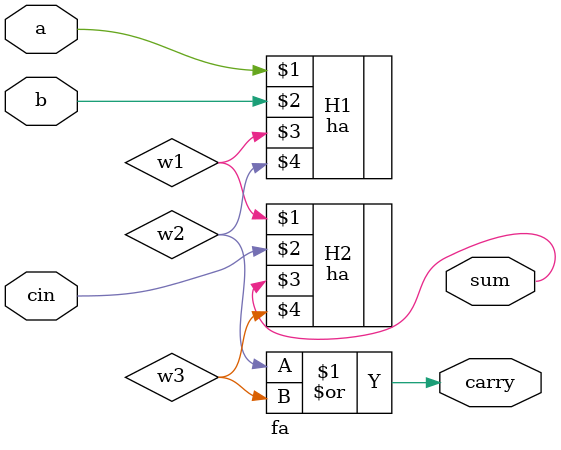
<source format=v>
module fa(a,b,cin,sum,carry);

        input a,b,cin;
        output sum,carry;
        wire w1,w2,w3;
        
        ha H1 (a,b,w1,w2);
        ha H2 (w1,cin,sum,w3);
        or(carry,w2,w3);
            
endmodule

</source>
